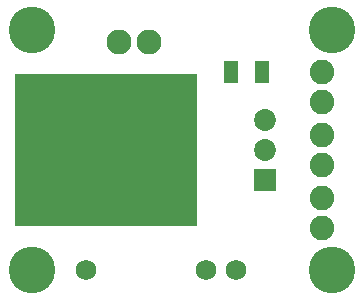
<source format=gts>
G04*
G04 #@! TF.GenerationSoftware,Altium Limited,Altium Designer,18.1.6 (161)*
G04*
G04 Layer_Color=8388736*
%FSAX24Y24*%
%MOIN*%
G70*
G01*
G75*
%ADD13R,0.6080X0.5080*%
%ADD14R,0.0513X0.0749*%
%ADD15C,0.1556*%
%ADD16C,0.0820*%
%ADD17C,0.0680*%
%ADD18C,0.1500*%
%ADD19C,0.0830*%
%ADD20C,0.0730*%
%ADD21R,0.0730X0.0730*%
D13*
X003450Y005000D02*
D03*
D14*
X007618Y007600D02*
D03*
X008681D02*
D03*
D15*
X011000Y001000D02*
D03*
Y009000D02*
D03*
X001000Y001000D02*
D03*
Y009000D02*
D03*
D16*
X010650Y007600D02*
D03*
Y006600D02*
D03*
Y005500D02*
D03*
Y004500D02*
D03*
Y003400D02*
D03*
Y002400D02*
D03*
D17*
X007800Y001000D02*
D03*
X002800D02*
D03*
X006800D02*
D03*
D18*
X002450Y005000D02*
D03*
D19*
X004900Y008600D02*
D03*
X003900D02*
D03*
D20*
X008750Y005000D02*
D03*
Y006000D02*
D03*
D21*
Y004000D02*
D03*
M02*

</source>
